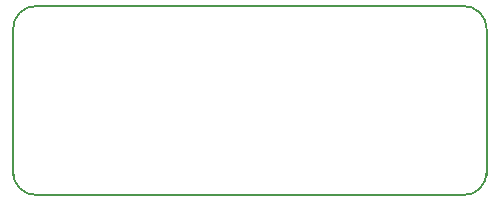
<source format=gbr>
%TF.GenerationSoftware,KiCad,Pcbnew,(5.99.0-12253-gc8b2e69332)*%
%TF.CreationDate,2021-11-11T06:41:10-05:00*%
%TF.ProjectId,980Daughterboard-USB-Mini,39383044-6175-4676-9874-6572626f6172,rev?*%
%TF.SameCoordinates,Original*%
%TF.FileFunction,Profile,NP*%
%FSLAX46Y46*%
G04 Gerber Fmt 4.6, Leading zero omitted, Abs format (unit mm)*
G04 Created by KiCad (PCBNEW (5.99.0-12253-gc8b2e69332)) date 2021-11-11 06:41:10*
%MOMM*%
%LPD*%
G01*
G04 APERTURE LIST*
%TA.AperFunction,Profile*%
%ADD10C,0.200000*%
%TD*%
G04 APERTURE END LIST*
D10*
X142625001Y-16494998D02*
G75*
G03*
X144625000Y-14495000I77227J1922772D01*
G01*
X144624998Y-2494999D02*
G75*
G03*
X142625000Y-495000I-1922772J77227D01*
G01*
X104525005Y-14495002D02*
G75*
G03*
X106525000Y-16495000I1922770J-77228D01*
G01*
X106524999Y-495002D02*
G75*
G03*
X104525000Y-2495000I-77227J-1922772D01*
G01*
X144625000Y-14795000D02*
X144625000Y-2495000D01*
X142625000Y-16495000D02*
X106525000Y-16495000D01*
X106525000Y-495000D02*
X142625000Y-495000D01*
X104525000Y-14795000D02*
X104525000Y-2495000D01*
M02*

</source>
